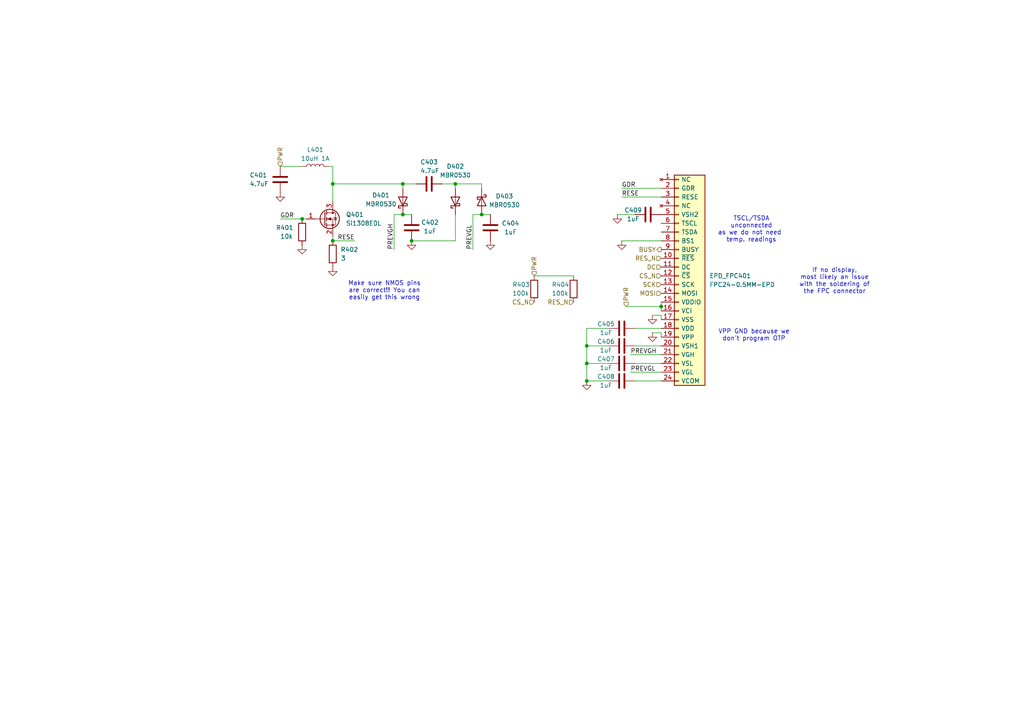
<source format=kicad_sch>
(kicad_sch (version 20231120) (generator "eeschema") (generator_version "8.0")
  (paper "A4")
  (title_block (title "E-Paper Display Module") (date "2025-01-27") (rev "2") (company "Mosaic Labs") (comment 1 "Lucas Merritt") (comment 2 "Rev. 2 verified") (comment 3 "Final ready"))
  (lib_symbols
    (symbol "Device:C" (pin_numbers hide) (pin_names (offset 0.254))
      (property "Reference" "C" (at 0.635 2.54 0))
      (property "Value" "C" (at 0.635 -2.54 0))
      (symbol "C_0_1"
        (polyline (pts (xy -2.032 -0.762) (xy 2.032 -0.762)) (stroke (width 0.508)))
        (polyline (pts (xy -2.032 0.762) (xy 2.032 0.762)) (stroke (width 0.508)))
      )
      (symbol "C_1_1"
        (pin passive line (at 0 3.81 270) (length 2.794) (name "~") (number "1"))
        (pin passive line (at 0 -3.81 90) (length 2.794) (name "~") (number "2"))
      )
    )
    (symbol "Device:L" (pin_numbers hide) (pin_names (offset 1.016) hide)
      (property "Reference" "L" (at -1.27 0 90))
      (property "Value" "L" (at 1.905 0 90))
      (symbol "L_0_1"
        (arc (start 0 -2.54) (mid 0.6323 -1.905) (end 0 -1.27))
        (arc (start 0 -1.27) (mid 0.6323 -0.635) (end 0 0))
        (arc (start 0 0) (mid 0.6323 0.635) (end 0 1.27))
        (arc (start 0 1.27) (mid 0.6323 1.905) (end 0 2.54))
      )
      (symbol "L_1_1"
        (pin passive line (at 0 3.81 270) (length 1.27) (name "1") (number "1"))
        (pin passive line (at 0 -3.81 90) (length 1.27) (name "2") (number "2"))
      )
    )
    (symbol "Device:R" (pin_numbers hide) (pin_names (offset 0))
      (property "Reference" "R" (at 2.032 0 90))
      (property "Value" "R" (at 0 0 90))
      (symbol "R_0_1"
        (rectangle (start -1.016 -2.54) (end 1.016 2.54) (stroke (width 0.254)))
      )
      (symbol "R_1_1"
        (pin passive line (at 0 3.81 270) (length 1.27) (name "~") (number "1"))
        (pin passive line (at 0 -3.81 90) (length 1.27) (name "~") (number "2"))
      )
    )
    (symbol "Diode:MBR0530" (pin_numbers hide) (pin_names (offset 1.016) hide)
      (property "Reference" "D" (at 0 2.54 0))
      (property "Value" "MBR0530" (at 0 -2.54 0))
      (symbol "MBR0530_0_1"
        (polyline (pts (xy 1.27 0) (xy -1.27 0)))
        (polyline (pts (xy 1.27 1.27) (xy 1.27 -1.27) (xy -1.27 0) (xy 1.27 1.27)) (stroke (width 0.254)))
        (polyline (pts (xy -1.905 0.635) (xy -1.905 1.27) (xy -1.27 1.27) (xy -1.27 -1.27) (xy -0.635 -1.27) (xy -0.635 -0.635)) (stroke (width 0.254)))
      )
      (symbol "MBR0530_1_1"
        (pin passive line (at -3.81 0 0) (length 2.54) (name "K") (number "1"))
        (pin passive line (at 3.81 0 180) (length 2.54) (name "A") (number "2"))
      )
    )
    (symbol "Raven:FPC24-0.5MM-EPD" (pin_names (offset 2.032))
      (property "Reference" "EPD_FPC" (at 0.508 30.988 0))
      (property "Value" "FPC24-0.5MM-EPD" (at -3.81 -33.782 0))
      (symbol "FPC24-0.5MM-EPD_1_1"
        (rectangle (start -3.81 -30.353) (end -2.54 -30.607) (stroke (width 0.1524)))
        (rectangle (start -3.81 -27.813) (end -2.54 -28.067) (stroke (width 0.1524)))
        (rectangle (start -3.81 -25.273) (end -2.54 -25.527) (stroke (width 0.1524)))
        (rectangle (start -3.81 -22.733) (end -2.54 -22.987) (stroke (width 0.1524)))
        (rectangle (start -3.81 -20.193) (end -2.54 -20.447) (stroke (width 0.1524)))
        (rectangle (start -3.81 -17.653) (end -2.54 -17.907) (stroke (width 0.1524)))
        (rectangle (start -3.81 -15.113) (end -2.54 -15.367) (stroke (width 0.1524)))
        (rectangle (start -3.81 -12.573) (end -2.54 -12.827) (stroke (width 0.1524)))
        (rectangle (start -3.81 -10.033) (end -2.54 -10.287) (stroke (width 0.1524)))
        (rectangle (start -3.81 -7.493) (end -2.54 -7.747) (stroke (width 0.1524)))
        (rectangle (start -3.81 -4.953) (end -2.54 -5.207) (stroke (width 0.1524)))
        (rectangle (start -3.81 -2.413) (end -2.54 -2.667) (stroke (width 0.1524)))
        (rectangle (start -3.81 0.127) (end -2.54 -0.127) (stroke (width 0.1524)))
        (rectangle (start -3.81 2.667) (end -2.54 2.413) (stroke (width 0.1524)))
        (rectangle (start -3.81 5.207) (end -2.54 4.953) (stroke (width 0.1524)))
        (rectangle (start -3.81 7.747) (end -2.54 7.493) (stroke (width 0.1524)))
        (rectangle (start -3.81 10.287) (end -2.54 10.033) (stroke (width 0.1524)))
        (rectangle (start -3.81 12.827) (end -2.54 12.573) (stroke (width 0.1524)))
        (rectangle (start -3.81 15.367) (end -2.54 15.113) (stroke (width 0.1524)))
        (rectangle (start -3.81 17.907) (end -2.54 17.653) (stroke (width 0.1524)))
        (rectangle (start -3.81 20.447) (end -2.54 20.193) (stroke (width 0.1524)))
        (rectangle (start -3.81 22.987) (end -2.54 22.733) (stroke (width 0.1524)))
        (rectangle (start -3.81 25.527) (end -2.54 25.273) (stroke (width 0.1524)))
        (rectangle (start -3.81 28.067) (end -2.54 27.813) (stroke (width 0.1524)))
        (rectangle (start -3.81 29.21) (end 5.08 -31.75) (stroke (width 0.254)) (fill (type background)))
        (pin no_connect line (at -7.62 27.94 0) (length 3.81) (name "NC") (number "1"))
        (pin input line (at -7.62 5.08 0) (length 3.81) (name "~{RES}") (number "10"))
        (pin input line (at -7.62 2.54 0) (length 3.81) (name "DC") (number "11"))
        (pin input line (at -7.62 0 0) (length 3.81) (name "~{CS}") (number "12"))
        (pin input line (at -7.62 -2.54 0) (length 3.81) (name "SCK") (number "13"))
        (pin input line (at -7.62 -5.08 0) (length 3.81) (name "MOSI") (number "14"))
        (pin power_in line (at -7.62 -7.62 0) (length 3.81) (name "VDDIO") (number "15"))
        (pin power_in line (at -7.62 -10.16 0) (length 3.81) (name "VCI") (number "16"))
        (pin power_in line (at -7.62 -12.7 0) (length 3.81) (name "VSS") (number "17"))
        (pin power_in line (at -7.62 -15.24 0) (length 3.81) (name "VDD") (number "18"))
        (pin power_in line (at -7.62 -17.78 0) (length 3.81) (name "VPP") (number "19"))
        (pin output line (at -7.62 25.4 0) (length 3.81) (name "GDR") (number "2"))
        (pin power_in line (at -7.62 -20.32 0) (length 3.81) (name "VSH1") (number "20"))
        (pin power_in line (at -7.62 -22.86 0) (length 3.81) (name "VGH") (number "21"))
        (pin power_in line (at -7.62 -25.4 0) (length 3.81) (name "VSL") (number "22"))
        (pin power_in line (at -7.62 -27.94 0) (length 3.81) (name "VGL") (number "23"))
        (pin power_in line (at -7.62 -30.48 0) (length 3.81) (name "VCOM") (number "24"))
        (pin no_connect line (at 7.62 27.94 180) (length 2.54) hide (name "MNT_NC") (number "25"))
        (pin no_connect line (at 7.62 27.94 180) (length 2.54) hide (name "MNT_NC") (number "26"))
        (pin input line (at -7.62 22.86 0) (length 3.81) (name "RESE") (number "3"))
        (pin no_connect line (at -7.62 20.32 0) (length 3.81) (name "NC") (number "4"))
        (pin power_in line (at -7.62 17.78 0) (length 3.81) (name "VSH2") (number "5"))
        (pin input line (at -7.62 15.24 0) (length 3.81) (name "TSCL") (number "6"))
        (pin bidirectional line (at -7.62 12.7 0) (length 3.81) (name "TSDA") (number "7"))
        (pin input line (at -7.62 10.16 0) (length 3.81) (name "BS1") (number "8"))
        (pin output line (at -7.62 7.62 0) (length 3.81) (name "BUSY") (number "9"))
      )
    )
    (symbol "Transistor_FET:Si1308EDL" (pin_names hide)
      (property "Reference" "Q" (at 5.08 1.905 0))
      (property "Value" "Si1308EDL" (at 5.08 0 0))
      (symbol "Si1308EDL_0_1"
        (polyline (pts (xy 0.254 0) (xy -2.54 0)))
        (polyline (pts (xy 0.254 1.905) (xy 0.254 -1.905)) (stroke (width 0.254)))
        (polyline (pts (xy 0.762 -1.27) (xy 0.762 -2.286)) (stroke (width 0.254)))
        (polyline (pts (xy 0.762 0.508) (xy 0.762 -0.508)) (stroke (width 0.254)))
        (polyline (pts (xy 0.762 2.286) (xy 0.762 1.27)) (stroke (width 0.254)))
        (polyline (pts (xy 2.54 2.54) (xy 2.54 1.778)))
        (polyline (pts (xy 2.54 -2.54) (xy 2.54 0) (xy 0.762 0)))
        (polyline (pts (xy 0.762 -1.778) (xy 3.302 -1.778) (xy 3.302 1.778) (xy 0.762 1.778)))
        (polyline (pts (xy 1.016 0) (xy 2.032 0.381) (xy 2.032 -0.381) (xy 1.016 0)) (fill (type outline)))
        (polyline (pts (xy 2.794 0.508) (xy 2.921 0.381) (xy 3.683 0.381) (xy 3.81 0.254)))
        (polyline (pts (xy 3.302 0.381) (xy 2.921 -0.254) (xy 3.683 -0.254) (xy 3.302 0.381)))
        (circle (center 1.651 0) (radius 2.794) (stroke (width 0.254)))
        (circle (center 2.54 -1.778) (radius 0.254) (fill (type outline)))
        (circle (center 2.54 1.778) (radius 0.254) (fill (type outline)))
      )
      (symbol "Si1308EDL_1_1"
        (pin input line (at -5.08 0 0) (length 2.54) (name "G") (number "1"))
        (pin passive line (at 2.54 -5.08 90) (length 2.54) (name "S") (number "2"))
        (pin passive line (at 2.54 5.08 270) (length 2.54) (name "D") (number "3"))
      )
    )
    (symbol "power:GND" (power) (pin_numbers hide) (pin_names (offset 0) hide)
      (property "Value" "GND" (at 0 -3.81 0))
      (symbol "GND_0_1"
        (polyline (pts (xy 0 0) (xy 0 -1.27) (xy 1.27 -1.27) (xy 0 -2.54) (xy -1.27 -1.27) (xy 0 -1.27)))
      )
      (symbol "GND_1_1"
        (pin power_in line (at 0 0 270) (length 0) (name "~") (number "1"))
      )
    )
  )
  (junction (at 191.77 88.9))
  (junction (at 170.18 105.41))
  (junction (at 119.38 69.85))
  (junction (at 170.18 100.33))
  (junction (at 96.52 69.85))
  (junction (at 116.84 62.23))
  (junction (at 96.52 53.34))
  (junction (at 87.63 63.5))
  (junction (at 116.84 53.34))
  (junction (at 170.18 110.49))
  (junction (at 139.7 62.23))
  (junction (at 132.08 53.34))
  (wire (pts (xy 191.77 87.63) (xy 191.77 88.9)))
  (wire (pts (xy 96.52 53.34) (xy 116.84 53.34)))
  (wire (pts (xy 96.52 48.26) (xy 96.52 53.34)))
  (wire (pts (xy 116.84 53.34) (xy 120.65 53.34)))
  (wire (pts (xy 132.08 53.34) (xy 132.08 54.61)))
  (wire (pts (xy 116.84 53.34) (xy 116.84 54.61)))
  (wire (pts (xy 184.15 105.41) (xy 191.77 105.41)))
  (wire (pts (xy 139.7 53.34) (xy 132.08 53.34)))
  (wire (pts (xy 139.7 62.23) (xy 142.24 62.23)))
  (wire (pts (xy 81.28 48.26) (xy 87.63 48.26)))
  (wire (pts (xy 87.63 63.5) (xy 88.9 63.5)))
  (wire (pts (xy 181.61 88.9) (xy 191.77 88.9)))
  (wire (pts (xy 170.18 95.25) (xy 170.18 100.33)))
  (wire (pts (xy 170.18 105.41) (xy 176.53 105.41)))
  (wire (pts (xy 170.18 105.41) (xy 170.18 110.49)))
  (wire (pts (xy 170.18 100.33) (xy 176.53 100.33)))
  (wire (pts (xy 137.16 62.23) (xy 139.7 62.23)))
  (wire (pts (xy 96.52 53.34) (xy 96.52 58.42)))
  (wire (pts (xy 139.7 54.61) (xy 139.7 53.34)))
  (wire (pts (xy 189.23 91.44) (xy 191.77 91.44)))
  (wire (pts (xy 182.88 102.87) (xy 191.77 102.87)))
  (wire (pts (xy 170.18 110.49) (xy 176.53 110.49)))
  (wire (pts (xy 180.34 57.15) (xy 191.77 57.15)))
  (wire (pts (xy 96.52 69.85) (xy 102.87 69.85)))
  (wire (pts (xy 191.77 96.52) (xy 191.77 97.79)))
  (wire (pts (xy 154.94 80.01) (xy 166.37 80.01)))
  (wire (pts (xy 182.88 107.95) (xy 191.77 107.95)))
  (wire (pts (xy 184.15 110.49) (xy 191.77 110.49)))
  (wire (pts (xy 116.84 62.23) (xy 119.38 62.23)))
  (wire (pts (xy 96.52 69.85) (xy 96.52 68.58)))
  (wire (pts (xy 191.77 91.44) (xy 191.77 92.71)))
  (wire (pts (xy 170.18 95.25) (xy 176.53 95.25)))
  (wire (pts (xy 95.25 48.26) (xy 96.52 48.26)))
  (wire (pts (xy 184.15 95.25) (xy 191.77 95.25)))
  (wire (pts (xy 132.08 69.85) (xy 132.08 62.23)))
  (wire (pts (xy 114.3 62.23) (xy 116.84 62.23)))
  (wire (pts (xy 137.16 72.39) (xy 137.16 62.23)))
  (wire (pts (xy 191.77 88.9) (xy 191.77 90.17)))
  (wire (pts (xy 119.38 69.85) (xy 132.08 69.85)))
  (wire (pts (xy 180.34 69.85) (xy 191.77 69.85)))
  (wire (pts (xy 81.28 63.5) (xy 87.63 63.5)))
  (wire (pts (xy 184.15 100.33) (xy 191.77 100.33)))
  (wire (pts (xy 179.07 62.23) (xy 184.15 62.23)))
  (wire (pts (xy 180.34 54.61) (xy 191.77 54.61)))
  (wire (pts (xy 170.18 100.33) (xy 170.18 105.41)))
  (wire (pts (xy 132.08 53.34) (xy 128.27 53.34)))
  (wire (pts (xy 114.3 72.39) (xy 114.3 62.23)))
  (wire (pts (xy 189.23 96.52) (xy 191.77 96.52)))
  (text "TSCL/TSDA\nunconnected\nas we do not need \ntemp. readings" (at 217.932 66.548 0) (effects (font (size 1.27 1.27))))
  (text "If no display,\nmost likely an issue\nwith the soldering of\nthe FPC connector" (at 242.062 81.534 0) (effects (font (size 1.27 1.27))))
  (text "Make sure NMOS pins\nare correct!! You can\neasily get this wrong" (at 111.506 84.328 0) (effects (font (size 1.27 1.27))))
  (text "VPP GND because we\ndon't program OTP" (at 218.694 97.282 0) (effects (font (size 1.27 1.27))))
  (label "PREVGL" (at 137.16 72.39 90))
  (label "PREVGH" (at 182.88 102.87 0))
  (label "GDR" (at 180.34 54.61 0))
  (label "PREVGH" (at 114.3 72.39 90))
  (label "RESE" (at 102.87 69.85 180))
  (label "GDR" (at 81.28 63.5 0))
  (label "PREVGL" (at 182.88 107.95 0))
  (label "RESE" (at 180.34 57.15 0))
  (hierarchical_label "DC" (shape input) (at 191.77 77.47 180))
  (hierarchical_label "RES_N" (shape input) (at 191.77 74.93 180))
  (hierarchical_label "RES_N" (shape input) (at 166.37 87.63 180))
  (hierarchical_label "BUSY" (shape output) (at 191.77 72.39 180))
  (hierarchical_label "CS_N" (shape input) (at 154.94 87.63 180))
  (hierarchical_label "MOSI" (shape input) (at 191.77 85.09 180))
  (hierarchical_label "PWR" (shape input) (at 154.94 80.01 90))
  (hierarchical_label "SCK" (shape input) (at 191.77 82.55 180))
  (hierarchical_label "CS_N" (shape input) (at 191.77 80.01 180))
  (hierarchical_label "PWR" (shape input) (at 181.61 88.9 90))
  (hierarchical_label "PWR" (shape input) (at 81.28 48.26 90))
  (symbol (lib_id "Transistor_FET:Si1308EDL") (at 93.98 63.5 0) (unit 1)
    (property "Reference" "Q401" (at 100.33 62.2299 0) (effects (justify left)))
    (property "Value" "Si1308EDL" (at 100.33 64.7699 0) (effects (justify left)))
    (property "Footprint" "Package_TO_SOT_SMD:SOT-323_SC-70" (effects (hide yes)))
    (property "Datasheet" "https://www.vishay.com/docs/63399/si1308edl.pdf" (effects (hide yes)))
    (property "Description" "30V Vds, 1.4A Id, N-Channel MOSFET, SC-70" (effects (hide yes)))
  )
  (symbol (lib_id "Device:C") (at 180.34 110.49 90) (unit 1)
    (property "Reference" "C408" (at 175.768 109.22 90))
    (property "Value" "1uF" (at 175.768 111.76 90))
    (property "Footprint" "Capacitor_SMD:C_0402_1005Metric" (effects (hide yes)))
    (property "Description" "Unpolarized capacitor" (effects (hide yes)))
    (property "JLC" "0805" (effects (hide yes)))
  )
  (symbol (lib_id "Device:C") (at 142.24 66.04 180) (unit 1)
    (property "Reference" "C404" (at 148.082 64.77 0))
    (property "Value" "1uF" (at 148.082 67.31 0))
    (property "Footprint" "Capacitor_SMD:C_0402_1005Metric" (effects (hide yes)))
    (property "Description" "Unpolarized capacitor" (effects (hide yes)))
    (property "JLC" "0805" (effects (hide yes)))
  )
  (symbol (lib_id "power:GND") (at 142.24 69.85 0) (unit 1)
    (property "Reference" "#PWR0405" (effects (hide yes)))
    (property "Value" "GND" (effects (hide yes)))
    (property "Description" "Power symbol creates a global label with name \"GND\" , ground" (effects (hide yes)))
  )
  (symbol (lib_id "power:GND") (at 96.52 77.47 0) (unit 1)
    (property "Reference" "#PWR0403" (effects (hide yes)))
    (property "Value" "GND" (effects (hide yes)))
    (property "Description" "Power symbol creates a global label with name \"GND\" , ground" (effects (hide yes)))
  )
  (symbol (lib_id "Device:R") (at 96.52 73.66 0) (unit 1)
    (property "Reference" "R402" (at 101.346 72.39 0))
    (property "Value" "3" (at 99.568 74.93 0))
    (property "Footprint" "Resistor_SMD:R_0402_1005Metric" (effects (hide yes)))
    (property "Description" "Resistor" (effects (hide yes)))
    (property "JLC" "XXXXXX" (effects (hide yes)))
    (property "LCSC" "XXXXXX" (effects (hide yes)))
  )
  (symbol (lib_id "Device:C") (at 180.34 105.41 90) (unit 1)
    (property "Reference" "C407" (at 175.768 104.14 90))
    (property "Value" "1uF" (at 175.768 106.68 90))
    (property "Footprint" "Capacitor_SMD:C_0402_1005Metric" (effects (hide yes)))
    (property "Description" "Unpolarized capacitor" (effects (hide yes)))
    (property "JLC" "0805" (effects (hide yes)))
  )
  (symbol (lib_id "Device:C") (at 180.34 95.25 90) (unit 1)
    (property "Reference" "C405" (at 175.768 93.98 90))
    (property "Value" "1uF" (at 175.768 96.52 90))
    (property "Footprint" "Capacitor_SMD:C_0402_1005Metric" (effects (hide yes)))
    (property "Description" "Unpolarized capacitor" (effects (hide yes)))
    (property "JLC" "0805" (effects (hide yes)))
  )
  (symbol (lib_id "power:GND") (at 119.38 69.85 0) (unit 1)
    (property "Reference" "#PWR0404" (effects (hide yes)))
    (property "Value" "GND" (effects (hide yes)))
    (property "Description" "Power symbol creates a global label with name \"GND\" , ground" (effects (hide yes)))
  )
  (symbol (lib_id "Device:R") (at 87.63 67.31 180) (unit 1)
    (property "Reference" "R401" (at 80.01 66.04 0) (effects (justify right)))
    (property "Value" "10k" (at 81.28 68.58 0) (effects (justify right)))
    (property "Footprint" "Resistor_SMD:R_0402_1005Metric" (effects (hide yes)))
    (property "Description" "Resistor" (effects (hide yes)))
    (property "JLC" "0603" (effects (hide yes)))
  )
  (symbol (lib_id "Device:C") (at 124.46 53.34 90) (mirror x) (unit 1)
    (property "Reference" "C403" (at 121.92 46.99 90) (effects (justify right)))
    (property "Value" "4.7uF" (at 121.92 49.53 90) (effects (justify right)))
    (property "Footprint" "Capacitor_SMD:C_0805_2012Metric" (effects (hide yes)))
    (property "Description" "Unpolarized capacitor" (effects (hide yes)))
    (property "JLC" "XXXXXX" (effects (hide yes)))
    (property "LCSC" "XXXXXX" (effects (hide yes)))
  )
  (symbol (lib_id "power:GND") (at 170.18 110.49 0) (unit 1)
    (property "Reference" "#PWR0406" (effects (hide yes)))
    (property "Value" "GND" (effects (hide yes)))
    (property "Description" "Power symbol creates a global label with name \"GND\" , ground" (effects (hide yes)))
  )
  (symbol (lib_id "Diode:MBR0530") (at 139.7 58.42 270) (unit 1)
    (property "Reference" "D403" (at 146.304 56.896 90))
    (property "Value" "MBR0530" (at 146.304 59.436 90))
    (property "Footprint" "Diode_SMD:D_SOD-123" (effects (hide yes)))
    (property "Datasheet" "http://www.mccsemi.com/up_pdf/MBR0520~MBR0580(SOD123).pdf" (effects (hide yes)))
    (property "Description" "30V 0.5A Schottky Power Rectifier Diode, SOD-123" (effects (hide yes)))
    (property "JLC" "XXXXXX" (effects (hide yes)))
    (property "LCSC" "XXXXXX" (effects (hide yes)))
  )
  (symbol (lib_id "power:GND") (at 179.07 62.23 0) (unit 1)
    (property "Reference" "#PWR0407" (effects (hide yes)))
    (property "Value" "GND" (effects (hide yes)))
    (property "Description" "Power symbol creates a global label with name \"GND\" , ground" (effects (hide yes)))
  )
  (symbol (lib_id "Device:R") (at 166.37 83.82 0) (unit 1)
    (property "Reference" "R404" (at 160.02 82.55 0) (effects (justify left)))
    (property "Value" "100k" (at 160.02 85.09 0) (effects (justify left)))
    (property "Footprint" "Resistor_SMD:R_0402_1005Metric" (effects (hide yes)))
    (property "Description" "Resistor" (effects (hide yes)))
    (property "JLC" "0603" (effects (hide yes)))
  )
  (symbol (lib_id "power:GND") (at 180.34 69.85 0) (unit 1)
    (property "Reference" "#PWR0408" (effects (hide yes)))
    (property "Value" "GND" (effects (hide yes)))
    (property "Description" "Power symbol creates a global label with name \"GND\" , ground" (effects (hide yes)))
  )
  (symbol (lib_id "Diode:MBR0530") (at 132.08 58.42 90) (unit 1)
    (property "Reference" "D402" (at 132.08 48.26 90))
    (property "Value" "MBR0530" (at 132.08 50.8 90))
    (property "Footprint" "Diode_SMD:D_SOD-123" (effects (hide yes)))
    (property "Datasheet" "http://www.mccsemi.com/up_pdf/MBR0520~MBR0580(SOD123).pdf" (effects (hide yes)))
    (property "Description" "30V 0.5A Schottky Power Rectifier Diode, SOD-123" (effects (hide yes)))
    (property "JLC" "XXXXXX" (effects (hide yes)))
    (property "LCSC" "XXXXXX" (effects (hide yes)))
  )
  (symbol (lib_id "Device:C") (at 119.38 66.04 180) (unit 1)
    (property "Reference" "C402" (at 124.714 64.516 0))
    (property "Value" "1uF" (at 124.714 67.056 0))
    (property "Footprint" "Capacitor_SMD:C_0402_1005Metric" (effects (hide yes)))
    (property "Description" "Unpolarized capacitor" (effects (hide yes)))
    (property "JLC" "0805" (effects (hide yes)))
  )
  (symbol (lib_id "Diode:MBR0530") (at 116.84 58.42 90) (unit 1)
    (property "Reference" "D401" (at 110.49 56.642 90))
    (property "Value" "MBR0530" (at 110.49 59.182 90))
    (property "Footprint" "Diode_SMD:D_SOD-123" (effects (hide yes)))
    (property "Datasheet" "http://www.mccsemi.com/up_pdf/MBR0520~MBR0580(SOD123).pdf" (effects (hide yes)))
    (property "Description" "30V 0.5A Schottky Power Rectifier Diode, SOD-123" (effects (hide yes)))
    (property "JLC" "XXXXXX" (effects (hide yes)))
    (property "LCSC" "XXXXXX" (effects (hide yes)))
  )
  (symbol (lib_id "Device:C") (at 81.28 52.07 0) (unit 1)
    (property "Reference" "C401" (at 72.39 50.8 0) (effects (justify left)))
    (property "Value" "4.7uF" (at 72.39 53.34 0) (effects (justify left)))
    (property "Footprint" "Capacitor_SMD:C_0805_2012Metric" (effects (hide yes)))
    (property "Description" "Unpolarized capacitor" (effects (hide yes)))
    (property "JLC" "XXXXXX" (effects (hide yes)))
    (property "LCSC" "XXXXXX" (effects (hide yes)))
  )
  (symbol (lib_id "Device:C") (at 187.96 62.23 90) (unit 1)
    (property "Reference" "C409" (at 183.642 60.96 90))
    (property "Value" "1uF" (at 183.642 63.5 90))
    (property "Footprint" "Capacitor_SMD:C_0402_1005Metric" (effects (hide yes)))
    (property "Description" "Unpolarized capacitor" (effects (hide yes)))
    (property "JLC" "0805" (effects (hide yes)))
  )
  (symbol (lib_id "Device:R") (at 154.94 83.82 0) (unit 1)
    (property "Reference" "R403" (at 148.59 82.55 0) (effects (justify left)))
    (property "Value" "100k" (at 148.59 85.09 0) (effects (justify left)))
    (property "Footprint" "Resistor_SMD:R_0402_1005Metric" (effects (hide yes)))
    (property "Description" "Resistor" (effects (hide yes)))
    (property "JLC" "0603" (effects (hide yes)))
  )
  (symbol (lib_id "power:GND") (at 87.63 71.12 0) (unit 1)
    (property "Reference" "#PWR0402" (effects (hide yes)))
    (property "Value" "GND" (effects (hide yes)))
    (property "Description" "Power symbol creates a global label with name \"GND\" , ground" (effects (hide yes)))
  )
  (symbol (lib_id "power:GND") (at 189.23 96.52 0) (unit 1)
    (property "Reference" "#PWR0410" (effects (hide yes)))
    (property "Value" "GND" (effects (hide yes)))
    (property "Description" "Power symbol creates a global label with name \"GND\" , ground" (effects (hide yes)))
  )
  (symbol (lib_id "power:GND") (at 189.23 91.44 0) (unit 1)
    (property "Reference" "#PWR0409" (effects (hide yes)))
    (property "Value" "GND" (effects (hide yes)))
    (property "Description" "Power symbol creates a global label with name \"GND\" , ground" (effects (hide yes)))
  )
  (symbol (lib_id "Raven:FPC24-0.5MM-EPD") (at 199.39 80.01 0) (unit 1)
    (property "Reference" "EPD_FPC401" (at 205.74 80.0099 0) (effects (justify left)))
    (property "Value" "FPC24-0.5MM-EPD" (at 205.74 82.5499 0) (effects (justify left)))
    (property "Footprint" "Raven:CONN_F3311A7H121024E200_AMP" (effects (hide yes)))
    (property "Description" "EPD FPC 24-0.5mm connector" (effects (hide yes)))
    (property "JLC" "XXXXXX" (effects (hide yes)))
    (property "LCSC" "XXXXXX" (effects (hide yes)))
  )
  (symbol (lib_id "Device:C") (at 180.34 100.33 90) (unit 1)
    (property "Reference" "C406" (at 175.768 99.06 90))
    (property "Value" "1uF" (at 175.768 101.6 90))
    (property "Footprint" "Capacitor_SMD:C_0402_1005Metric" (effects (hide yes)))
    (property "Description" "Unpolarized capacitor" (effects (hide yes)))
    (property "JLC" "0805" (effects (hide yes)))
  )
  (symbol (lib_id "Device:L") (at 91.44 48.26 270) (mirror x) (unit 1)
    (property "Reference" "L401" (at 91.44 43.434 90))
    (property "Value" "10uH 1A" (at 91.44 45.974 90))
    (property "Footprint" "Raven:IND_BOURNS_SRN3015" (effects (hide yes)))
    (property "Description" "Inductor" (effects (hide yes)))
    (property "JLC" "XXXXXX" (effects (hide yes)))
    (property "LCSC" "XXXXXX" (effects (hide yes)))
  )
  (symbol (lib_id "power:GND") (at 81.28 55.88 0) (mirror y) (unit 1)
    (property "Reference" "#PWR0401" (effects (hide yes)))
    (property "Value" "GND" (effects (hide yes)))
    (property "Description" "Power symbol creates a global label with name \"GND\" , ground" (effects (hide yes)))
  )
)
</source>
